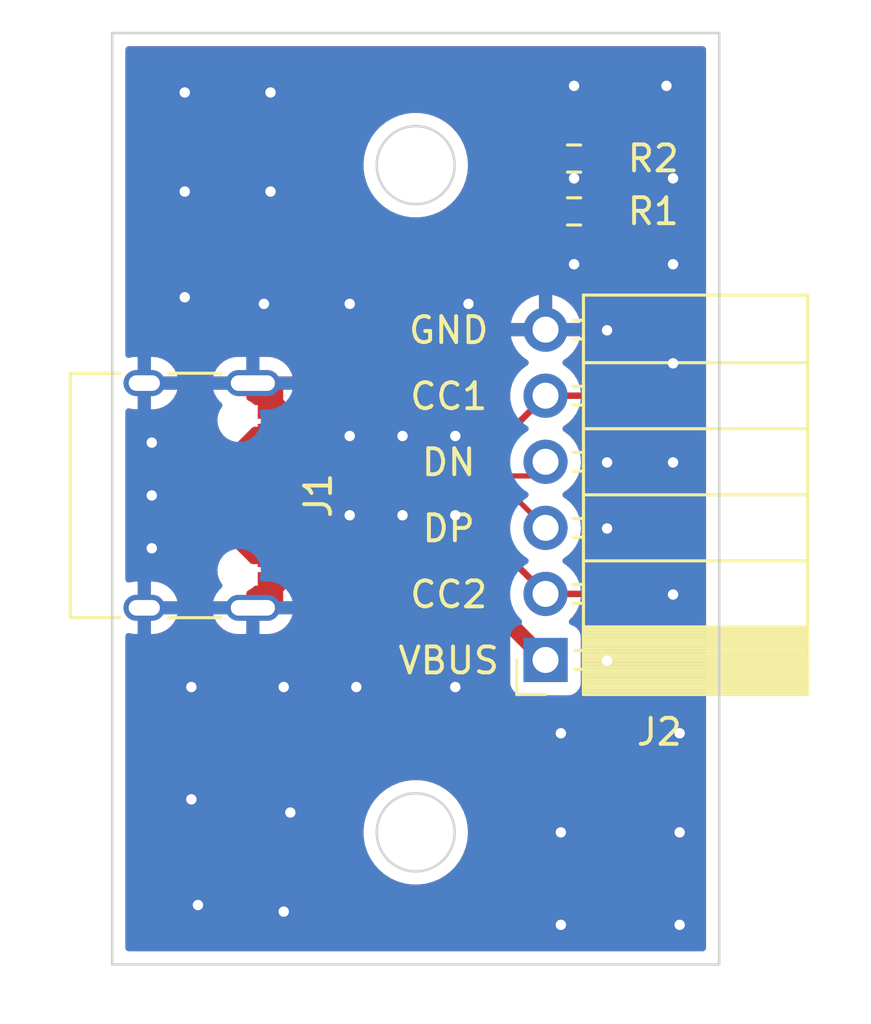
<source format=kicad_pcb>
(kicad_pcb (version 20211014) (generator pcbnew)
  (layers (0 "F.Cu" signal) (31 "B.Cu" signal) (34 "B.Paste" user) (35 "F.Paste" user) (36 "B.SilkS" user "B.Silkscreen") (37 "F.SilkS" user "F.Silkscreen") (38 "B.Mask" user) (39 "F.Mask" user) (44 "Edge.Cuts" user))
  (net 0 "")
  (net 1 "GND")
  (net 2 "/DP")
  (net 3 "/CC2")
  (net 5 "/DN")
  (net 6 "/CC1")
  (net 8 "VBUS")
  (footprint "Resistor_SMD:R_0603_1608Metric_Pad0.98x0.95mm_HandSolder" (layer "F.Cu") (at 121.158 78.486 180)
    (fp_text reference "R1" (at -3.048 0) (layer "F.SilkS"))
    (fp_text value "5K1/NC")
    (fp_line (start -0.254724 0.5225) (end 0.254724 0.5225) (layer "F.SilkS") (width 0.12))
    (fp_line (start -0.254724 -0.5225) (end 0.254724 -0.5225) (layer "F.SilkS") (width 0.12))
    (pad "1" smd roundrect (at -0.9125 0 180) (size 0.975 0.95) (layers "F.Cu" "F.Paste" "F.Mask") (net 6 "/CC1"))
    (pad "2" smd roundrect (at 0.9125 0 180) (size 0.975 0.95) (layers "F.Cu" "F.Paste" "F.Mask") (net 1 "GND"))
  )
  (footprint "Connector_PinSocket_2.54mm:PinSocket_1x06_P2.54mm_Horizontal" (layer "F.Cu") (at 120.060009 95.733006 180)
    (fp_text reference "J2" (at -4.38 -2.77) (layer "F.SilkS"))
    (fp_text value "Conn_01x06")
    (fp_line (start -10.09 -1.21) (end -1.46 -1.21) (layer "F.SilkS") (width 0.12))
    (fp_line (start -10.09 -0.50143) (end -1.46 -0.50143) (layer "F.SilkS") (width 0.12))
    (fp_line (start -1.46 10.52) (end -1.05 10.52) (layer "F.SilkS") (width 0.12))
    (fp_line (start -10.09 0.325235) (end -1.46 0.325235) (layer "F.SilkS") (width 0.12))
    (fp_line (start -1.46 -0.36) (end -1.11 -0.36) (layer "F.SilkS") (width 0.12))
    (fp_line (start -1.46 12.34) (end -1.05 12.34) (layer "F.SilkS") (width 0.12))
    (fp_line (start -1.46 13.06) (end -1.05 13.06) (layer "F.SilkS") (width 0.12))
    (fp_line (start -1.46 -1.33) (end -1.46 14.03) (layer "F.SilkS") (width 0.12))
    (fp_line (start -1.46 2.18) (end -1.05 2.18) (layer "F.SilkS") (width 0.12))
    (fp_line (start 0 -1.33) (end 1.11 -1.33) (layer "F.SilkS") (width 0.12))
    (fp_line (start -1.46 0.36) (end -1.11 0.36) (layer "F.SilkS") (width 0.12))
    (fp_line (start -10.09 11.43) (end -1.46 11.43) (layer "F.SilkS") (width 0.12))
    (fp_line (start -1.46 5.44) (end -1.05 5.44) (layer "F.SilkS") (width 0.12))
    (fp_line (start -10.09 -1.33) (end -1.46 -1.33) (layer "F.SilkS") (width 0.12))
    (fp_line (start -10.09 -0.02905) (end -1.46 -0.02905) (layer "F.SilkS") (width 0.12))
    (fp_line (start -1.46 2.9) (end -1.05 2.9) (layer "F.SilkS") (width 0.12))
    (fp_line (start -10.09 14.03) (end -1.46 14.03) (layer "F.SilkS") (width 0.12))
    (fp_line (start -1.46 7.98) (end -1.05 7.98) (layer "F.SilkS") (width 0.12))
    (fp_line (start -10.09 -0.73762) (end -1.46 -0.73762) (layer "F.SilkS") (width 0.12))
    (fp_line (start -10.09 0.20714) (end -1.46 0.20714) (layer "F.SilkS") (width 0.12))
    (fp_line (start -10.09 0.67952) (end -1.46 0.67952) (layer "F.SilkS") (width 0.12))
    (fp_line (start -10.09 6.35) (end -1.46 6.35) (layer "F.SilkS") (width 0.12))
    (fp_line (start -10.09 -0.97381) (end -1.46 -0.97381) (layer "F.SilkS") (width 0.12))
    (fp_line (start -10.09 8.89) (end -1.46 8.89) (layer "F.SilkS") (width 0.12))
    (fp_line (start -10.09 -0.855715) (end -1.46 -0.855715) (layer "F.SilkS") (width 0.12))
    (fp_line (start -10.09 -0.383335) (end -1.46 -0.383335) (layer "F.SilkS") (width 0.12))
    (fp_line (start -10.09 3.81) (end -1.46 3.81) (layer "F.SilkS") (width 0.12))
    (fp_line (start -10.09 1.033805) (end -1.46 1.033805) (layer "F.SilkS") (width 0.12))
    (fp_line (start -10.09 -0.619525) (end -1.46 -0.619525) (layer "F.SilkS") (width 0.12))
    (fp_line (start -10.09 -0.26524) (end -1.46 -0.26524) (layer "F.SilkS") (width 0.12))
    (fp_line (start -10.09 -1.33) (end -10.09 14.03) (layer "F.SilkS") (width 0.12))
    (fp_line (start -10.09 0.089045) (end -1.46 0.089045) (layer "F.SilkS") (width 0.12))
    (fp_line (start -1.46 7.26) (end -1.05 7.26) (layer "F.SilkS") (width 0.12))
    (fp_line (start -10.09 1.27) (end -1.46 1.27) (layer "F.SilkS") (width 0.12))
    (fp_line (start -10.09 -1.091905) (end -1.46 -1.091905) (layer "F.SilkS") (width 0.12))
    (fp_line (start -1.46 4.72) (end -1.05 4.72) (layer "F.SilkS") (width 0.12))
    (fp_line (start -10.09 0.91571) (end -1.46 0.91571) (layer "F.SilkS") (width 0.12))
    (fp_line (start 1.11 -1.33) (end 1.11 0) (layer "F.SilkS") (width 0.12))
    (fp_line (start -10.09 0.44333) (end -1.46 0.44333) (layer "F.SilkS") (width 0.12))
    (fp_line (start -1.46 9.8) (end -1.05 9.8) (layer "F.SilkS") (width 0.12))
    (fp_line (start -10.09 0.561425) (end -1.46 0.561425) (layer "F.SilkS") (width 0.12))
    (fp_line (start -10.09 0.797615) (end -1.46 0.797615) (layer "F.SilkS") (width 0.12))
    (fp_line (start -10.09 1.1519) (end -1.46 1.1519) (layer "F.SilkS") (width 0.12))
    (fp_line (start -10.09 -0.147145) (end -1.46 -0.147145) (layer "F.SilkS") (width 0.12))
    (pad "1" thru_hole rect locked (at 0 0 180) (size 1.7 1.7) (drill 1) (layers *.Cu *.Mask) (net 8 "VBUS"))
    (pad "2" thru_hole oval locked (at 0 2.54 180) (size 1.7 1.7) (drill 1) (layers *.Cu *.Mask) (net 3 "/CC2"))
    (pad "3" thru_hole oval locked (at 0 5.08 180) (size 1.7 1.7) (drill 1) (layers *.Cu *.Mask) (net 2 "/DP"))
    (pad "4" thru_hole oval locked (at 0 7.62 180) (size 1.7 1.7) (drill 1) (layers *.Cu *.Mask) (net 5 "/DN"))
    (pad "5" thru_hole oval locked (at 0 10.16 180) (size 1.7 1.7) (drill 1) (layers *.Cu *.Mask) (net 6 "/CC1"))
    (pad "6" thru_hole oval locked (at 0 12.7 180) (size 1.7 1.7) (drill 1) (layers *.Cu *.Mask) (net 1 "GND"))
  )
  (footprint "Connector_USB:USB_C_Receptacle_HRO_TYPE-C-31-M-12" (layer "F.Cu") (at 105.664 89.408 -90)
    (fp_text reference "J1" (at 0 -5.645 90) (layer "F.SilkS"))
    (fp_text value "USB_C_Receptacle_USB2.0")
    (fp_line (start -4.7 2) (end -4.7 3.9) (layer "F.SilkS") (width 0.12))
    (fp_line (start -4.7 3.9) (end 4.7 3.9) (layer "F.SilkS") (width 0.12))
    (fp_line (start 4.7 2) (end 4.7 3.9) (layer "F.SilkS") (width 0.12))
    (fp_line (start 4.7 -1.9) (end 4.7 0.1) (layer "F.SilkS") (width 0.12))
    (fp_line (start -4.7 -1.9) (end -4.7 0.1) (layer "F.SilkS") (width 0.12))
    (pad "" np_thru_hole circle locked (at 2.89 -2.6 270) (size 0.65 0.65) (drill 0.65) (layers *.Cu *.Mask))
    (pad "" np_thru_hole circle locked (at -2.89 -2.6 270) (size 0.65 0.65) (drill 0.65) (layers *.Cu *.Mask))
    (pad "A1" smd rect locked (at -3.25 -4.045 270) (size 0.6 1.45) (layers "F.Cu" "F.Paste" "F.Mask") (net 1 "GND"))
    (pad "A4" smd rect locked (at -2.45 -4.045 270) (size 0.6 1.45) (layers "F.Cu" "F.Paste" "F.Mask") (net 8 "VBUS"))
    (pad "A5" smd rect locked (at -1.25 -4.045 270) (size 0.3 1.45) (layers "F.Cu" "F.Paste" "F.Mask") (net 6 "/CC1"))
    (pad "A6" smd rect locked (at -0.25 -4.045 270) (size 0.3 1.45) (layers "F.Cu" "F.Paste" "F.Mask") (net 2 "/DP"))
    (pad "A7" smd rect locked (at 0.25 -4.045 270) (size 0.3 1.45) (layers "F.Cu" "F.Paste" "F.Mask") (net 5 "/DN"))
    (pad "A8" smd rect locked (at 1.25 -4.045 270) (size 0.3 1.45) (layers "F.Cu" "F.Paste" "F.Mask"))
    (pad "A9" smd rect locked (at 2.45 -4.045 270) (size 0.6 1.45) (layers "F.Cu" "F.Paste" "F.Mask") (net 8 "VBUS"))
    (pad "A12" smd rect locked (at 3.25 -4.045 270) (size 0.6 1.45) (layers "F.Cu" "F.Paste" "F.Mask") (net 1 "GND"))
    (pad "B1" smd rect locked (at 3.25 -4.045 270) (size 0.6 1.45) (layers "F.Cu" "F.Paste" "F.Mask") (net 1 "GND"))
    (pad "B4" smd rect locked (at 2.45 -4.045 270) (size 0.6 1.45) (layers "F.Cu" "F.Paste" "F.Mask") (net 8 "VBUS"))
    (pad "B5" smd rect (at 1.75 -4.045 270) (size 0.3 1.45) (layers "F.Cu" "F.Paste" "F.Mask") (net 3 "/CC2"))
    (pad "B6" smd rect locked (at 0.75 -4.045 270) (size 0.3 1.45) (layers "F.Cu" "F.Paste" "F.Mask") (net 2 "/DP"))
    (pad "B7" smd rect locked (at -0.75 -4.045 270) (size 0.3 1.45) (layers "F.Cu" "F.Paste" "F.Mask") (net 5 "/DN"))
    (pad "B8" smd rect locked (at -1.75 -4.045 270) (size 0.3 1.45) (layers "F.Cu" "F.Paste" "F.Mask"))
    (pad "B9" smd rect locked (at -2.45 -4.045 270) (size 0.6 1.45) (layers "F.Cu" "F.Paste" "F.Mask") (net 8 "VBUS"))
    (pad "B12" smd rect locked (at -3.25 -4.045 270) (size 0.6 1.45) (layers "F.Cu" "F.Paste" "F.Mask") (net 1 "GND"))
    (pad "S1" thru_hole oval locked (at 4.32 -3.13 270) (size 1 2.1) (drill oval 0.6 1.7) (layers *.Cu *.Mask) (net 1 "GND"))
    (pad "S1" thru_hole oval locked (at -4.32 -3.13 270) (size 1 2.1) (drill oval 0.6 1.7) (layers *.Cu *.Mask) (net 1 "GND"))
    (pad "S1" thru_hole oval locked (at -4.32 1.05 270) (size 1 1.6) (drill oval 0.6 1.2) (layers *.Cu *.Mask) (net 1 "GND"))
    (pad "S1" thru_hole oval locked (at 4.32 1.05 270) (size 1 1.6) (drill oval 0.6 1.2) (layers *.Cu *.Mask) (net 1 "GND"))
  )
  (footprint "Resistor_SMD:R_0603_1608Metric_Pad0.98x0.95mm_HandSolder" (layer "F.Cu") (at 121.158 76.454 180)
    (fp_text reference "R2" (at -3.048 0) (layer "F.SilkS"))
    (fp_text value "5K1/NC")
    (fp_line (start -0.254724 0.5225) (end 0.254724 0.5225) (layer "F.SilkS") (width 0.12))
    (fp_line (start -0.254724 -0.5225) (end 0.254724 -0.5225) (layer "F.SilkS") (width 0.12))
    (pad "1" smd roundrect (at -0.9125 0 180) (size 0.975 0.95) (layers "F.Cu" "F.Paste" "F.Mask") (net 3 "/CC2"))
    (pad "2" smd roundrect (at 0.9125 0 180) (size 0.975 0.95) (layers "F.Cu" "F.Paste" "F.Mask") (net 1 "GND"))
  )
  (gr_circle (center 115.062 76.708) (end 116.562 76.708) (layer "Edge.Cuts") (width 0.1) (fill none))
  (gr_circle (center 115.062 102.362) (end 116.562 102.362) (layer "Edge.Cuts") (width 0.1) (fill none))
  (gr_rect (start 103.378 107.442) (end 126.746 71.628) (layer "Edge.Cuts") (width 0.1) (fill none))
  (gr_text "CC1" (at 116.332 85.598) (layer "F.SilkS") (effects (font (size 1 1))))
  (gr_text "GND" (at 116.332 83.058) (layer "F.SilkS") (effects (font (size 1 1))))
  (gr_text "CC2" (at 116.332 93.218) (layer "F.SilkS") (effects (font (size 1 1))))
  (gr_text "DN" (at 116.332 88.138) (layer "F.SilkS") (effects (font (size 1 1))))
  (gr_text "VBUS" (at 116.332 95.758) (layer "F.SilkS") (effects (font (size 1 1))))
  (gr_text "DP" (at 116.332 90.678) (layer "F.SilkS") (effects (font (size 1 1))))
  (segment (start 109.709001 86.003003) (end 108.793991 85.087993) (width 0.762) (layer "F.Cu") (net 1))
  (segment (start 109.709 92.658) (end 109.709 92.813) (width 0.25) (layer "F.Cu") (net 1))
  (segment (start 109.709001 92.812997) (end 108.793991 93.728007) (width 0.762) (layer "F.Cu") (net 1))
  (segment (start 109.709 86.158) (end 109.709 86.003) (width 0.25) (layer "F.Cu") (net 1))
  (via (at 121.158 77.216) (size 0.8) (drill 0.4) (layers "F.Cu" "B.Cu") (net 1))
  (via (at 122.428 88.138) (size 0.8) (drill 0.4) (layers "F.Cu" "B.Cu") (net 1))
  (via (at 124.968 88.138) (size 0.8) (drill 0.4) (layers "F.Cu" "B.Cu") (net 1))
  (via (at 116.586 90.17) (size 0.8) (drill 0.4) (layers "F.Cu" "B.Cu") (net 1))
  (via (at 120.65 102.362) (size 0.8) (drill 0.4) (layers "F.Cu" "B.Cu") (net 1))
  (via (at 117.094 82.042) (size 0.8) (drill 0.4) (layers "F.Cu" "B.Cu") (net 1))
  (via (at 124.968 84.328) (size 0.8) (drill 0.4) (layers "F.Cu" "B.Cu") (net 1))
  (via (at 122.428 95.758) (size 0.8) (drill 0.4) (layers "F.Cu" "B.Cu") (net 1))
  (via (at 112.522 82.042) (size 0.8) (drill 0.4) (layers "F.Cu" "B.Cu") (net 1))
  (via (at 114.554 87.122) (size 0.8) (drill 0.4) (layers "F.Cu" "B.Cu") (net 1))
  (via (at 122.428 83.058) (size 0.8) (drill 0.4) (layers "F.Cu" "B.Cu") (net 1))
  (via (at 122.428 90.678) (size 0.8) (drill 0.4) (layers "F.Cu" "B.Cu") (net 1))
  (via (at 125.222 98.552) (size 0.8) (drill 0.4) (layers "F.Cu" "B.Cu") (net 1))
  (via (at 116.586 96.774) (size 0.8) (drill 0.4) (layers "F.Cu" "B.Cu") (net 1))
  (via (at 110.236 101.6) (size 0.8) (drill 0.4) (layers "F.Cu" "B.Cu") (net 1))
  (via (at 109.474 77.724) (size 0.8) (drill 0.4) (layers "F.Cu" "B.Cu") (net 1))
  (via (at 106.172 81.788) (size 0.8) (drill 0.4) (layers "F.Cu" "B.Cu") (net 1))
  (via (at 120.65 105.918) (size 0.8) (drill 0.4) (layers "F.Cu" "B.Cu") (net 1))
  (via (at 109.22 82.042) (size 0.8) (drill 0.4) (layers "F.Cu" "B.Cu") (net 1))
  (via (at 120.65 98.552) (size 0.8) (drill 0.4) (layers "F.Cu" "B.Cu") (net 1))
  (via (at 106.172 73.914) (size 0.8) (drill 0.4) (layers "F.Cu" "B.Cu") (net 1))
  (via (at 125.222 102.362) (size 0.8) (drill 0.4) (layers "F.Cu" "B.Cu") (net 1))
  (via (at 106.426 101.092) (size 0.8) (drill 0.4) (layers "F.Cu" "B.Cu") (net 1))
  (via (at 124.968 77.216) (size 0.8) (drill 0.4) (layers "F.Cu" "B.Cu") (net 1))
  (via (at 106.68 105.156) (size 0.8) (drill 0.4) (layers "F.Cu" "B.Cu") (net 1))
  (via (at 106.426 96.774) (size 0.8) (drill 0.4) (layers "F.Cu" "B.Cu") (net 1))
  (via (at 114.554 90.17) (size 0.8) (drill 0.4) (layers "F.Cu" "B.Cu") (net 1))
  (via (at 109.982 96.774) (size 0.8) (drill 0.4) (layers "F.Cu" "B.Cu") (net 1))
  (via (at 125.222 105.918) (size 0.8) (drill 0.4) (layers "F.Cu" "B.Cu") (net 1))
  (via (at 121.158 73.66) (size 0.8) (drill 0.4) (layers "F.Cu" "B.Cu") (net 1))
  (via (at 112.522 87.122) (size 0.8) (drill 0.4) (layers "F.Cu" "B.Cu") (net 1))
  (via (at 121.158 80.518) (size 0.8) (drill 0.4) (layers "F.Cu" "B.Cu") (net 1))
  (via (at 124.714 73.66) (size 0.8) (drill 0.4) (layers "F.Cu" "B.Cu") (net 1))
  (via (at 124.968 80.518) (size 0.8) (drill 0.4) (layers "F.Cu" "B.Cu") (net 1))
  (via (at 106.172 77.724) (size 0.8) (drill 0.4) (layers "F.Cu" "B.Cu") (net 1))
  (via (at 104.902 89.408) (size 0.8) (drill 0.4) (layers "F.Cu" "B.Cu") (net 1))
  (via (at 124.968 93.218) (size 0.8) (drill 0.4) (layers "F.Cu" "B.Cu") (net 1))
  (via (at 112.776 96.774) (size 0.8) (drill 0.4) (layers "F.Cu" "B.Cu") (net 1))
  (via (at 104.902 87.376) (size 0.8) (drill 0.4) (layers "F.Cu" "B.Cu") (net 1))
  (via (at 116.586 87.122) (size 0.8) (drill 0.4) (layers "F.Cu" "B.Cu") (net 1))
  (via (at 109.474 73.914) (size 0.8) (drill 0.4) (layers "F.Cu" "B.Cu") (net 1))
  (via (at 109.982 105.41) (size 0.8) (drill 0.4) (layers "F.Cu" "B.Cu") (net 1))
  (via (at 104.902 91.44) (size 0.8) (drill 0.4) (layers "F.Cu" "B.Cu") (net 1))
  (via (at 112.522 90.17) (size 0.8) (drill 0.4) (layers "F.Cu" "B.Cu") (net 1))
  (segment (start 110.74 89.158) (end 109.709 89.158) (width 0.2) (layer "F.Cu") (net 2))
  (segment (start 110.744 89.154) (end 110.74 89.158) (width 0.2) (layer "F.Cu") (net 2))
  (segment (start 109.709 90.158) (end 110.756 90.158) (width 0.2) (layer "F.Cu") (net 2))
  (segment (start 110.998 89.408) (end 110.744 89.154) (width 0.2) (layer "F.Cu") (net 2))
  (segment (start 109.709 89.158) (end 118.565 89.158) (width 0.2) (layer "F.Cu") (net 2))
  (segment (start 110.756 90.158) (end 110.998 89.916) (width 0.2) (layer "F.Cu") (net 2))
  (segment (start 110.998 89.916) (end 110.998 89.408) (width 0.2) (layer "F.Cu") (net 2))
  (segment (start 118.565 89.158) (end 120.06 90.653) (width 0.2) (layer "F.Cu") (net 2))
  (segment (start 109.709 91.158) (end 118.025 91.158) (width 0.25) (layer "F.Cu") (net 3))
  (segment (start 118.025 91.158) (end 120.06 93.193) (width 0.25) (layer "F.Cu") (net 3))
  (segment (start 120.060009 93.193006) (end 122.706994 93.193006) (width 0.25) (layer "F.Cu") (net 3))
  (segment (start 123.952 78.3355) (end 122.0705 76.454) (width 0.25) (layer "F.Cu") (net 3))
  (segment (start 123.952 91.948) (end 123.952 78.3355) (width 0.25) (layer "F.Cu") (net 3))
  (segment (start 122.706994 93.193006) (end 123.952 91.948) (width 0.25) (layer "F.Cu") (net 3))
  (segment (start 109.709 88.658) (end 119.515 88.658) (width 0.2) (layer "F.Cu") (net 5))
  (segment (start 108.7 88.658) (end 108.458 88.9) (width 0.2) (layer "F.Cu") (net 5))
  (segment (start 108.708 89.658) (end 109.709 89.658) (width 0.2) (layer "F.Cu") (net 5))
  (segment (start 119.515 88.658) (end 120.06 88.113) (width 0.2) (layer "F.Cu") (net 5))
  (segment (start 108.458 88.9) (end 108.458 89.408) (width 0.2) (layer "F.Cu") (net 5))
  (segment (start 108.458 89.408) (end 108.708 89.658) (width 0.2) (layer "F.Cu") (net 5))
  (segment (start 109.709 88.658) (end 108.7 88.658) (width 0.2) (layer "F.Cu") (net 5))
  (segment (start 120.060009 85.573006) (end 121.690994 85.573006) (width 0.25) (layer "F.Cu") (net 6))
  (segment (start 117.475 88.158) (end 120.06 85.573) (width 0.25) (layer "F.Cu") (net 6))
  (segment (start 123.19 84.074) (end 123.19 79.6055) (width 0.25) (layer "F.Cu") (net 6))
  (segment (start 121.690994 85.573006) (end 123.19 84.074) (width 0.25) (layer "F.Cu") (net 6))
  (segment (start 109.709 88.158) (end 117.475 88.158) (width 0.25) (layer "F.Cu") (net 6))
  (segment (start 123.19 79.6055) (end 122.0705 78.486) (width 0.25) (layer "F.Cu") (net 6))
  (segment (start 109.709001 91.858008) (end 108.81327 91.858008) (width 0.381) (layer "F.Cu") (net 8))
  (segment (start 107.696 90.740738) (end 107.696 88.138) (width 0.381) (layer "F.Cu") (net 8))
  (segment (start 116.18501 91.858008) (end 120.060009 95.733006) (width 0.635) (layer "F.Cu") (net 8))
  (segment (start 107.696 88.138) (end 108.876008 86.957992) (width 0.381) (layer "F.Cu") (net 8))
  (segment (start 108.876008 86.957992) (end 109.709001 86.957992) (width 0.381) (layer "F.Cu") (net 8))
  (segment (start 109.709001 91.858008) (end 116.18501 91.858008) (width 0.635) (layer "F.Cu") (net 8))
  (segment (start 108.81327 91.858008) (end 107.696 90.740738) (width 0.381) (layer "F.Cu") (net 8))
  (zone (net 1) (net_name "GND") (layers F&B.Cu) (connect_pads (clearance 0.508)) (min_thickness 0.254) (fill yes (thermal_gap 0.508) (thermal_bridge_width 0.508))
    (polygon (pts (xy 132.588 109.728) (xy 99.314 109.22) (xy 99.06 70.612) (xy 131.826 70.358)))
  )
)
</source>
